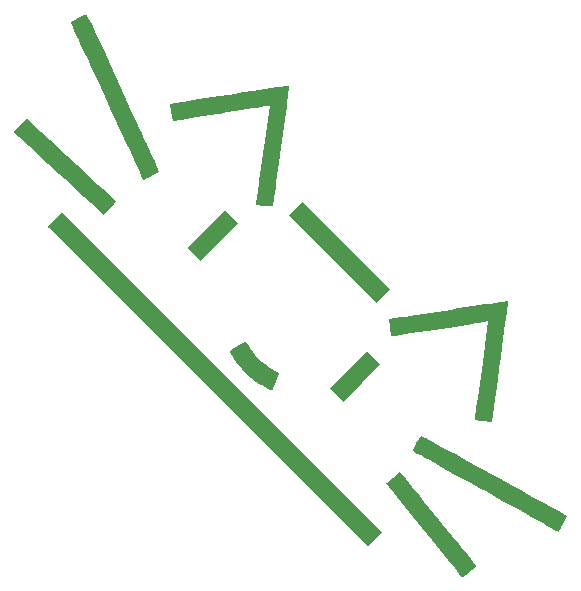
<source format=gbr>
%TF.GenerationSoftware,KiCad,Pcbnew,9.0.6*%
%TF.CreationDate,2025-12-24T02:22:15+01:00*%
%TF.ProjectId,secondary_mmc,7365636f-6e64-4617-9279-5f6d6d632e6b,rev?*%
%TF.SameCoordinates,Original*%
%TF.FileFunction,Legend,Bot*%
%TF.FilePolarity,Positive*%
%FSLAX46Y46*%
G04 Gerber Fmt 4.6, Leading zero omitted, Abs format (unit mm)*
G04 Created by KiCad (PCBNEW 9.0.6) date 2025-12-24 02:22:15*
%MOMM*%
%LPD*%
G01*
G04 APERTURE LIST*
%ADD10C,0.000000*%
%ADD11C,3.200000*%
G04 APERTURE END LIST*
D10*
%TO.C,G\u002A\u002A\u002A*%
G36*
X118237842Y-122626876D02*
G01*
X121932475Y-126321509D01*
X121349112Y-126904872D01*
X120765749Y-127488235D01*
X117071116Y-123793602D01*
X113376483Y-120098969D01*
X113959846Y-119515606D01*
X114543209Y-118932243D01*
X118237842Y-122626876D01*
G37*
G36*
X131922378Y-127380019D02*
G01*
X131917342Y-127453897D01*
X131903196Y-127591668D01*
X131879607Y-127795845D01*
X131846245Y-128068941D01*
X131802781Y-128413464D01*
X131748883Y-128831927D01*
X131684220Y-129326840D01*
X131608463Y-129900715D01*
X131521281Y-130556064D01*
X131422343Y-131295397D01*
X131311319Y-132121225D01*
X131187878Y-133036062D01*
X131051689Y-134042415D01*
X130902422Y-135142798D01*
X130739747Y-136339721D01*
X130565119Y-137623522D01*
X129827654Y-137534227D01*
X129804340Y-137531395D01*
X129514708Y-137493640D01*
X129311790Y-137460648D01*
X129183442Y-137429525D01*
X129117519Y-137397381D01*
X129101877Y-137361321D01*
X129104962Y-137339212D01*
X129120696Y-137226384D01*
X129148618Y-137026127D01*
X129187685Y-136745926D01*
X129236853Y-136393262D01*
X129295079Y-135975619D01*
X129361320Y-135500480D01*
X129434533Y-134975328D01*
X129513674Y-134407646D01*
X129597701Y-133804915D01*
X129685570Y-133174619D01*
X130257574Y-129071532D01*
X129788219Y-129144651D01*
X129688259Y-129160347D01*
X129485797Y-129192340D01*
X129201268Y-129237426D01*
X128843740Y-129294161D01*
X128422287Y-129361105D01*
X127945976Y-129436815D01*
X127423881Y-129519852D01*
X126865071Y-129608772D01*
X126278618Y-129702136D01*
X125673594Y-129798500D01*
X125087266Y-129891419D01*
X124365845Y-130004075D01*
X123741992Y-130099322D01*
X123215192Y-130177235D01*
X122784935Y-130237882D01*
X122450708Y-130281336D01*
X122211999Y-130307670D01*
X122068297Y-130316953D01*
X122019088Y-130309258D01*
X122017933Y-130300527D01*
X122005600Y-130207424D01*
X121983469Y-130040494D01*
X121954276Y-129820352D01*
X121920752Y-129567613D01*
X121831651Y-128895942D01*
X122022881Y-128863237D01*
X122186162Y-128835932D01*
X122458274Y-128791800D01*
X122800127Y-128737405D01*
X123203696Y-128673962D01*
X123660952Y-128602686D01*
X124163868Y-128524790D01*
X124704418Y-128441492D01*
X125274573Y-128354004D01*
X125866306Y-128263543D01*
X126471591Y-128171322D01*
X127082399Y-128078557D01*
X127690703Y-127986464D01*
X128288477Y-127896256D01*
X128867694Y-127809149D01*
X129420325Y-127726357D01*
X129938343Y-127649096D01*
X130413724Y-127578580D01*
X130838435Y-127516024D01*
X131204454Y-127462644D01*
X131503751Y-127419654D01*
X131728299Y-127388269D01*
X131870072Y-127369704D01*
X131921040Y-127365174D01*
X131922378Y-127380019D01*
G37*
G36*
X113405871Y-109135542D02*
G01*
X113392203Y-109253898D01*
X113366781Y-109457445D01*
X113330685Y-109738192D01*
X113284999Y-110088146D01*
X113230806Y-110499323D01*
X113169188Y-110963727D01*
X113101228Y-111473371D01*
X113028008Y-112020266D01*
X112950611Y-112596419D01*
X112870119Y-113193840D01*
X112787615Y-113804541D01*
X112704182Y-114420532D01*
X112620902Y-115033820D01*
X112538858Y-115636417D01*
X112459133Y-116220333D01*
X112382808Y-116777577D01*
X112310967Y-117300160D01*
X112244692Y-117780090D01*
X112185066Y-118209380D01*
X112133171Y-118580036D01*
X112090090Y-118884072D01*
X112056906Y-119113494D01*
X112034700Y-119260315D01*
X112024556Y-119316543D01*
X112014280Y-119321618D01*
X111926601Y-119326051D01*
X111764994Y-119319197D01*
X111547574Y-119302067D01*
X111292461Y-119275670D01*
X110578909Y-119193932D01*
X110673337Y-118501191D01*
X110684269Y-118421408D01*
X110714276Y-118204075D01*
X110755988Y-117903340D01*
X110807993Y-117529317D01*
X110868883Y-117092120D01*
X110937247Y-116601862D01*
X111011675Y-116068658D01*
X111090758Y-115502619D01*
X111173086Y-114913860D01*
X111257248Y-114312495D01*
X111746731Y-110816540D01*
X111599774Y-110836644D01*
X111586185Y-110838637D01*
X111482930Y-110854676D01*
X111291345Y-110884925D01*
X111019201Y-110928142D01*
X110674266Y-110983087D01*
X110264306Y-111048520D01*
X109797093Y-111123199D01*
X109280394Y-111205885D01*
X108721977Y-111295338D01*
X108129610Y-111390314D01*
X107511064Y-111489576D01*
X107277524Y-111527018D01*
X106672399Y-111623533D01*
X106098781Y-111714317D01*
X105564135Y-111798226D01*
X105075930Y-111874116D01*
X104641632Y-111940848D01*
X104268708Y-111997277D01*
X103964626Y-112042262D01*
X103736852Y-112074660D01*
X103592853Y-112093328D01*
X103540096Y-112097124D01*
X103535064Y-112086756D01*
X103513808Y-111998333D01*
X103483746Y-111836085D01*
X103448136Y-111618409D01*
X103410235Y-111363702D01*
X103309589Y-110655561D01*
X103810086Y-110579149D01*
X103810116Y-110579144D01*
X103933308Y-110560192D01*
X104147353Y-110527092D01*
X104444303Y-110481081D01*
X104816206Y-110423392D01*
X105255109Y-110355262D01*
X105753063Y-110277923D01*
X106302115Y-110192613D01*
X106894314Y-110100566D01*
X107521709Y-110003016D01*
X108176350Y-109901199D01*
X108850282Y-109796349D01*
X108939985Y-109782395D01*
X109597409Y-109680371D01*
X110225386Y-109583337D01*
X110816980Y-109492340D01*
X111365258Y-109408429D01*
X111863282Y-109332654D01*
X112304120Y-109266059D01*
X112680837Y-109209696D01*
X112986496Y-109164611D01*
X113214166Y-109131852D01*
X113356908Y-109112469D01*
X113407789Y-109107508D01*
X113405871Y-109135542D01*
G37*
G36*
X96254306Y-103099310D02*
G01*
X96307003Y-103196279D01*
X96395965Y-103373502D01*
X96518047Y-103624321D01*
X96670102Y-103942075D01*
X96848983Y-104320102D01*
X97051543Y-104751745D01*
X97274640Y-105230340D01*
X97515123Y-105749228D01*
X97769849Y-106301749D01*
X98035670Y-106881243D01*
X98289989Y-107437034D01*
X98710827Y-108356740D01*
X99093528Y-109193108D01*
X99440315Y-109950998D01*
X99753409Y-110635270D01*
X100035035Y-111250782D01*
X100287416Y-111802396D01*
X100512774Y-112294971D01*
X100713332Y-112733366D01*
X100891313Y-113122441D01*
X101048942Y-113467057D01*
X101188438Y-113772073D01*
X101312028Y-114042349D01*
X101421932Y-114282744D01*
X101520374Y-114498119D01*
X101609577Y-114693333D01*
X101691764Y-114873246D01*
X101769157Y-115042718D01*
X101843981Y-115206608D01*
X101918457Y-115369777D01*
X102396601Y-116417437D01*
X101725883Y-116764432D01*
X101602634Y-116828126D01*
X101385732Y-116939849D01*
X101211498Y-117029105D01*
X101095298Y-117088035D01*
X101052501Y-117108778D01*
X101052411Y-117108607D01*
X101029122Y-117058607D01*
X100966323Y-116923159D01*
X100866337Y-116707287D01*
X100731489Y-116416015D01*
X100564105Y-116054366D01*
X100366506Y-115627365D01*
X100141021Y-115140035D01*
X99889971Y-114597401D01*
X99615681Y-114004488D01*
X99320478Y-113366318D01*
X99006683Y-112687916D01*
X98676623Y-111974306D01*
X98332622Y-111230512D01*
X97977004Y-110461558D01*
X97960467Y-110425798D01*
X97604846Y-109656821D01*
X97260666Y-108912591D01*
X96930277Y-108198186D01*
X96616027Y-107518684D01*
X96320265Y-106879164D01*
X96045339Y-106284705D01*
X95793597Y-105740384D01*
X95567390Y-105251281D01*
X95369065Y-104822471D01*
X95200971Y-104459036D01*
X95065456Y-104166051D01*
X94964868Y-103948596D01*
X94901558Y-103811749D01*
X94877874Y-103760588D01*
X94902845Y-103720554D01*
X95016489Y-103645560D01*
X95221508Y-103537291D01*
X95519118Y-103395056D01*
X95622927Y-103347244D01*
X95851862Y-103243750D01*
X96042913Y-103160051D01*
X96178546Y-103103744D01*
X96241225Y-103082415D01*
X96254306Y-103099310D01*
G37*
G36*
X124554427Y-138720281D02*
G01*
X124614293Y-138752580D01*
X124754464Y-138829357D01*
X124968892Y-138947267D01*
X125251526Y-139102962D01*
X125596315Y-139293097D01*
X125997210Y-139514324D01*
X126448159Y-139763297D01*
X126943114Y-140036671D01*
X127476022Y-140331097D01*
X128040836Y-140643230D01*
X128631503Y-140969725D01*
X129241973Y-141307234D01*
X129866197Y-141652410D01*
X130498125Y-142001907D01*
X131131704Y-142352378D01*
X131760886Y-142700478D01*
X132379621Y-143042862D01*
X132981858Y-143376178D01*
X133561546Y-143697085D01*
X134112636Y-144002235D01*
X134629076Y-144288280D01*
X135104818Y-144551875D01*
X135533810Y-144789674D01*
X135910002Y-144998329D01*
X136227345Y-145174495D01*
X136479787Y-145314825D01*
X136661279Y-145415971D01*
X136765769Y-145474590D01*
X136907508Y-145554879D01*
X136550564Y-146214812D01*
X136487168Y-146331059D01*
X136366927Y-146545962D01*
X136266339Y-146718416D01*
X136194455Y-146833112D01*
X136160326Y-146874745D01*
X136134209Y-146861854D01*
X136026403Y-146804117D01*
X135839838Y-146702554D01*
X135579494Y-146559917D01*
X135250357Y-146378958D01*
X134857406Y-146162429D01*
X134405627Y-145913082D01*
X133900001Y-145633671D01*
X133345511Y-145326947D01*
X132747139Y-144995661D01*
X132109868Y-144642567D01*
X131438680Y-144270417D01*
X130738559Y-143881963D01*
X130014487Y-143479957D01*
X129484959Y-143185824D01*
X128777403Y-142792663D01*
X128097332Y-142414617D01*
X127449742Y-142054469D01*
X126839629Y-141715004D01*
X126271991Y-141399005D01*
X125751821Y-141109258D01*
X125284117Y-140848545D01*
X124873874Y-140619651D01*
X124526089Y-140425361D01*
X124245758Y-140268459D01*
X124037876Y-140151727D01*
X123907440Y-140077952D01*
X123859446Y-140049917D01*
X123858294Y-140041330D01*
X123884312Y-139965166D01*
X123946052Y-139827296D01*
X124033682Y-139646590D01*
X124137372Y-139441917D01*
X124247290Y-139232145D01*
X124353607Y-139036143D01*
X124446490Y-138872781D01*
X124516111Y-138760926D01*
X124552636Y-138719447D01*
X124554427Y-138720281D01*
G37*
G36*
X120553617Y-132155140D02*
G01*
X121119302Y-132720825D01*
X119545989Y-134294138D01*
X117972677Y-135867450D01*
X117406991Y-135301765D01*
X116841306Y-134736079D01*
X118414619Y-133162767D01*
X119987931Y-131589454D01*
X120553617Y-132155140D01*
G37*
G36*
X108479768Y-120222713D02*
G01*
X109027776Y-120770720D01*
X107436786Y-122361711D01*
X105845796Y-123952701D01*
X105297788Y-123404693D01*
X104749780Y-122856685D01*
X106340770Y-121265695D01*
X107931761Y-119674705D01*
X108479768Y-120222713D01*
G37*
G36*
X122811266Y-141847520D02*
G01*
X122883577Y-141934383D01*
X122899031Y-141954771D01*
X122974444Y-142050134D01*
X123106247Y-142214769D01*
X123290020Y-142443210D01*
X123521342Y-142729994D01*
X123795795Y-143069655D01*
X124108959Y-143456728D01*
X124456414Y-143885750D01*
X124833738Y-144351257D01*
X125236515Y-144847781D01*
X125660323Y-145369862D01*
X126100741Y-145912031D01*
X126346649Y-146214718D01*
X126775125Y-146742472D01*
X127183001Y-147245283D01*
X127566022Y-147717887D01*
X127919939Y-148155022D01*
X128240500Y-148551426D01*
X128523454Y-148901838D01*
X128764550Y-149200993D01*
X128959537Y-149443631D01*
X129104163Y-149624488D01*
X129194179Y-149738303D01*
X129225331Y-149779813D01*
X129217254Y-149791310D01*
X129150946Y-149855108D01*
X129031647Y-149960941D01*
X128876164Y-150094693D01*
X128701299Y-150242246D01*
X128523858Y-150389482D01*
X128360645Y-150522286D01*
X128228465Y-150626538D01*
X128144122Y-150688122D01*
X128074358Y-150717731D01*
X128003255Y-150708007D01*
X127988893Y-150691454D01*
X127917573Y-150605212D01*
X127791931Y-150451575D01*
X127617067Y-150236851D01*
X127398077Y-149967349D01*
X127140061Y-149649378D01*
X126848119Y-149289246D01*
X126527346Y-148893263D01*
X126182843Y-148467737D01*
X125819707Y-148018976D01*
X125443039Y-147553290D01*
X125057934Y-147076987D01*
X124669493Y-146596376D01*
X124282813Y-146117766D01*
X123902993Y-145647465D01*
X123535132Y-145191782D01*
X123184328Y-144757027D01*
X122855680Y-144349506D01*
X122554285Y-143975531D01*
X122285243Y-143641408D01*
X122053651Y-143353448D01*
X121864608Y-143117958D01*
X121723214Y-142941247D01*
X121634566Y-142829624D01*
X121603762Y-142789399D01*
X121606266Y-142785604D01*
X121660730Y-142735745D01*
X121775611Y-142638820D01*
X121936635Y-142506719D01*
X122129536Y-142351333D01*
X122171227Y-142317982D01*
X122367850Y-142159623D01*
X122536499Y-142022117D01*
X122660385Y-141919234D01*
X122722726Y-141864744D01*
X122757663Y-141837860D01*
X122811266Y-141847520D01*
G37*
G36*
X91304293Y-112028937D02*
G01*
X91324826Y-112048742D01*
X91416980Y-112135189D01*
X91574795Y-112281969D01*
X91793084Y-112484290D01*
X92066660Y-112737369D01*
X92390336Y-113036414D01*
X92758929Y-113376639D01*
X93167251Y-113753256D01*
X93610115Y-114161475D01*
X94082337Y-114596508D01*
X94578729Y-115053569D01*
X95094105Y-115527869D01*
X95392894Y-115802860D01*
X95893281Y-116263787D01*
X96369490Y-116702929D01*
X96816573Y-117115703D01*
X97229584Y-117497521D01*
X97603575Y-117843798D01*
X97933601Y-118149946D01*
X98214713Y-118411381D01*
X98441965Y-118623514D01*
X98610410Y-118781761D01*
X98715102Y-118881533D01*
X98751091Y-118918247D01*
X98742750Y-118932031D01*
X98681206Y-119008009D01*
X98569581Y-119137425D01*
X98419561Y-119306840D01*
X98242834Y-119502814D01*
X97734641Y-120061733D01*
X97238885Y-119611226D01*
X97115280Y-119498633D01*
X96909073Y-119310262D01*
X96651910Y-119074948D01*
X96356164Y-118804029D01*
X96034212Y-118508841D01*
X95698428Y-118200723D01*
X95361187Y-117891010D01*
X95184670Y-117728915D01*
X94814456Y-117389341D01*
X94394886Y-117004907D01*
X93941820Y-116590127D01*
X93471121Y-116159513D01*
X92998651Y-115727581D01*
X92540272Y-115308844D01*
X92111844Y-114917814D01*
X92031231Y-114844260D01*
X91667885Y-114512341D01*
X91326781Y-114200107D01*
X91015301Y-113914363D01*
X90740836Y-113661913D01*
X90510774Y-113449558D01*
X90332502Y-113284104D01*
X90213408Y-113172355D01*
X90160880Y-113121113D01*
X90077314Y-113027901D01*
X90624425Y-112461318D01*
X91171535Y-111894735D01*
X91304293Y-112028937D01*
G37*
G36*
X109719593Y-130815367D02*
G01*
X109778605Y-130894695D01*
X109872284Y-131028857D01*
X109987920Y-131199889D01*
X110096419Y-131361717D01*
X110293543Y-131648347D01*
X110459979Y-131875557D01*
X110610403Y-132060842D01*
X110759493Y-132221695D01*
X110921928Y-132375611D01*
X111112386Y-132540083D01*
X111302934Y-132697415D01*
X111555372Y-132893812D01*
X111770549Y-133041946D01*
X111968886Y-133155477D01*
X112170804Y-133248067D01*
X112233557Y-133273722D01*
X112365106Y-133330581D01*
X112451814Y-133385657D01*
X112495412Y-133454897D01*
X112497633Y-133554240D01*
X112460207Y-133699632D01*
X112384865Y-133907014D01*
X112273338Y-134192331D01*
X112212393Y-134347101D01*
X112120962Y-134575611D01*
X112046245Y-134757759D01*
X111994696Y-134877910D01*
X111972770Y-134920428D01*
X111842741Y-134873356D01*
X111616742Y-134774706D01*
X111352223Y-134646832D01*
X111075311Y-134503371D01*
X110812125Y-134357961D01*
X110588791Y-134224239D01*
X110431432Y-134115839D01*
X110384006Y-134077369D01*
X110170208Y-133886060D01*
X109921654Y-133642078D01*
X109658539Y-133366981D01*
X109401064Y-133082328D01*
X109169427Y-132809681D01*
X108983823Y-132570601D01*
X108926726Y-132490923D01*
X108760027Y-132248278D01*
X108611841Y-132018421D01*
X108492406Y-131818258D01*
X108411956Y-131664692D01*
X108380728Y-131574628D01*
X108382280Y-131570932D01*
X108437534Y-131526576D01*
X108558510Y-131446997D01*
X108726880Y-131342883D01*
X108924320Y-131224923D01*
X109132502Y-131103807D01*
X109333101Y-130990224D01*
X109507789Y-130894862D01*
X109638241Y-130828412D01*
X109706131Y-130801563D01*
X109719593Y-130815367D01*
G37*
G36*
X107701951Y-133374899D02*
G01*
X121225368Y-146898316D01*
X120624327Y-147499357D01*
X120023287Y-148100398D01*
X106499869Y-134576980D01*
X92976452Y-121053563D01*
X93577493Y-120452522D01*
X94178534Y-119851482D01*
X107701951Y-133374899D01*
G37*
%TD*%
%LPC*%
D11*
%TO.C,H1*%
X86900000Y-88100000D03*
%TD*%
%TO.C,H2*%
X141000000Y-88100000D03*
%TD*%
%TO.C,H3*%
X86900000Y-165300000D03*
%TD*%
%TO.C,H4*%
X141000000Y-165300000D03*
%TD*%
%LPD*%
M02*

</source>
